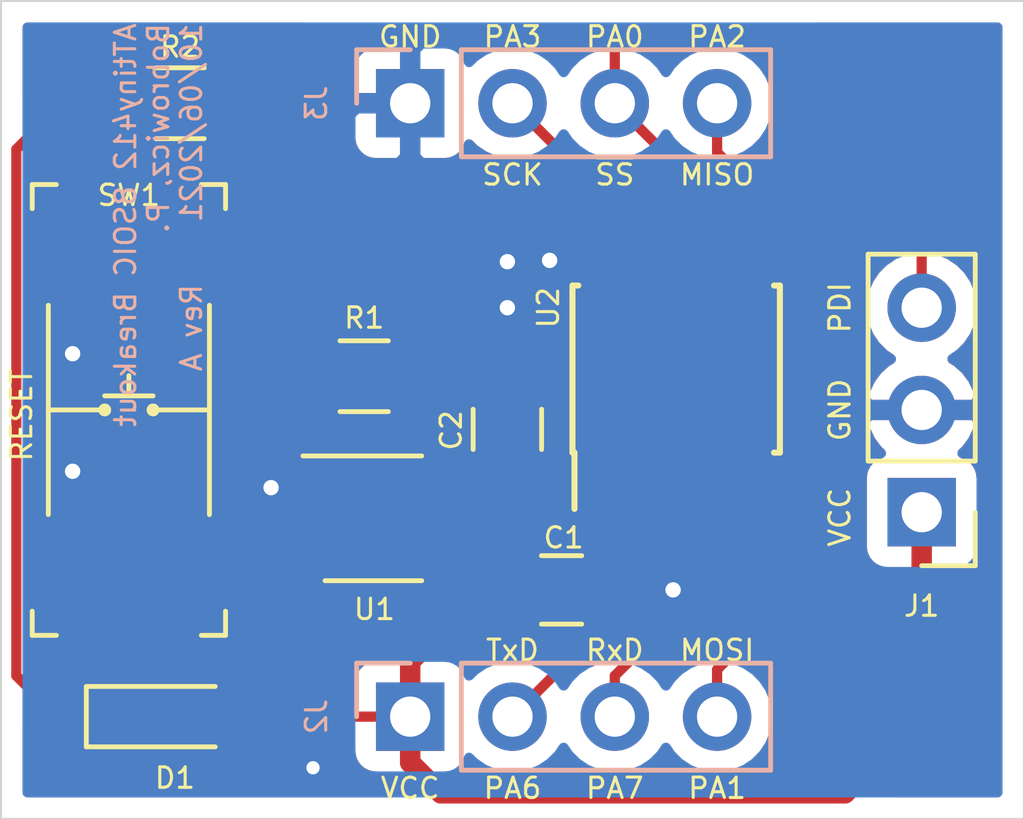
<source format=kicad_pcb>
(kicad_pcb (version 20171130) (host pcbnew "(5.1.9)-1")

  (general
    (thickness 1.6)
    (drawings 23)
    (tracks 79)
    (zones 0)
    (modules 11)
    (nets 11)
  )

  (page A4)
  (layers
    (0 F.Cu signal)
    (31 B.Cu signal)
    (32 B.Adhes user)
    (33 F.Adhes user)
    (34 B.Paste user)
    (35 F.Paste user)
    (36 B.SilkS user)
    (37 F.SilkS user)
    (38 B.Mask user)
    (39 F.Mask user)
    (40 Dwgs.User user)
    (41 Cmts.User user)
    (42 Eco1.User user)
    (43 Eco2.User user)
    (44 Edge.Cuts user)
    (45 Margin user)
    (46 B.CrtYd user)
    (47 F.CrtYd user)
    (48 B.Fab user hide)
    (49 F.Fab user hide)
  )

  (setup
    (last_trace_width 0.254)
    (user_trace_width 0.254)
    (user_trace_width 0.508)
    (trace_clearance 0.1524)
    (zone_clearance 0.508)
    (zone_45_only no)
    (trace_min 0.1524)
    (via_size 0.6858)
    (via_drill 0.3302)
    (via_min_size 0.508)
    (via_min_drill 0.254)
    (user_via 0.6858 0.3302)
    (user_via 0.762 0.381)
    (uvia_size 0.3)
    (uvia_drill 0.1)
    (uvias_allowed no)
    (uvia_min_size 0.2)
    (uvia_min_drill 0.1)
    (edge_width 0.05)
    (segment_width 0.2)
    (pcb_text_width 0.0762)
    (pcb_text_size 0.508 0.508)
    (mod_edge_width 0.12)
    (mod_text_size 0.508 0.508)
    (mod_text_width 0.0762)
    (pad_size 1.524 1.524)
    (pad_drill 0.762)
    (pad_to_mask_clearance 0.0508)
    (solder_mask_min_width 0.1016)
    (aux_axis_origin 0 0)
    (visible_elements 7FFFFFFF)
    (pcbplotparams
      (layerselection 0x010fc_ffffffff)
      (usegerberextensions false)
      (usegerberattributes true)
      (usegerberadvancedattributes true)
      (creategerberjobfile true)
      (excludeedgelayer true)
      (linewidth 0.038100)
      (plotframeref false)
      (viasonmask false)
      (mode 1)
      (useauxorigin false)
      (hpglpennumber 1)
      (hpglpenspeed 20)
      (hpglpendiameter 15.000000)
      (psnegative false)
      (psa4output false)
      (plotreference true)
      (plotvalue true)
      (plotinvisibletext false)
      (padsonsilk false)
      (subtractmaskfromsilk false)
      (outputformat 1)
      (mirror false)
      (drillshape 1)
      (scaleselection 1)
      (outputdirectory ""))
  )

  (net 0 "")
  (net 1 VCC)
  (net 2 GND)
  (net 3 /AIN0)
  (net 4 /AIN6)
  (net 5 /AIN7)
  (net 6 /AIN1)
  (net 7 /AIN2)
  (net 8 /AIN3)
  (net 9 /~MR)
  (net 10 "Net-(D1-Pad1)")

  (net_class Default "This is the default net class."
    (clearance 0.1524)
    (trace_width 0.1524)
    (via_dia 0.6858)
    (via_drill 0.3302)
    (uvia_dia 0.3)
    (uvia_drill 0.1)
    (add_net /AIN0)
    (add_net /AIN1)
    (add_net /AIN2)
    (add_net /AIN3)
    (add_net /AIN6)
    (add_net /AIN7)
    (add_net /~MR)
    (add_net GND)
    (add_net "Net-(D1-Pad1)")
    (add_net "Net-(SW1-Pad2)")
    (add_net VCC)
  )

  (module Resistors_SMD:R_0805_HandSoldering (layer F.Cu) (tedit 58E0A804) (tstamp 60C2725A)
    (at 123.825 86.36)
    (descr "Resistor SMD 0805, hand soldering")
    (tags "resistor 0805")
    (path /60C2A4DD)
    (attr smd)
    (fp_text reference R2 (at 0 -1.397) (layer F.SilkS)
      (effects (font (size 0.508 0.508) (thickness 0.0762)))
    )
    (fp_text value 470R (at 0 1.27) (layer F.Fab)
      (effects (font (size 0.508 0.508) (thickness 0.0762)))
    )
    (fp_line (start 2.35 0.9) (end -2.35 0.9) (layer F.CrtYd) (width 0.05))
    (fp_line (start 2.35 0.9) (end 2.35 -0.9) (layer F.CrtYd) (width 0.05))
    (fp_line (start -2.35 -0.9) (end -2.35 0.9) (layer F.CrtYd) (width 0.05))
    (fp_line (start -2.35 -0.9) (end 2.35 -0.9) (layer F.CrtYd) (width 0.05))
    (fp_line (start -0.6 -0.88) (end 0.6 -0.88) (layer F.SilkS) (width 0.12))
    (fp_line (start 0.6 0.88) (end -0.6 0.88) (layer F.SilkS) (width 0.12))
    (fp_line (start -1 -0.62) (end 1 -0.62) (layer F.Fab) (width 0.1))
    (fp_line (start 1 -0.62) (end 1 0.62) (layer F.Fab) (width 0.1))
    (fp_line (start 1 0.62) (end -1 0.62) (layer F.Fab) (width 0.1))
    (fp_line (start -1 0.62) (end -1 -0.62) (layer F.Fab) (width 0.1))
    (fp_text user %R (at 0 0) (layer F.Fab)
      (effects (font (size 0.5 0.5) (thickness 0.075)))
    )
    (pad 1 smd rect (at -1.35 0) (size 1.5 1.3) (layers F.Cu F.Paste F.Mask)
      (net 10 "Net-(D1-Pad1)"))
    (pad 2 smd rect (at 1.35 0) (size 1.5 1.3) (layers F.Cu F.Paste F.Mask)
      (net 2 GND))
    (model ${KISYS3DMOD}/Resistors_SMD.3dshapes/R_0805.wrl
      (at (xyz 0 0 0))
      (scale (xyz 1 1 1))
      (rotate (xyz 0 0 0))
    )
  )

  (module LEDs:LED_0805_HandSoldering (layer F.Cu) (tedit 595FCA25) (tstamp 60C271AF)
    (at 123.698 101.6)
    (descr "Resistor SMD 0805, hand soldering")
    (tags "resistor 0805")
    (path /60C27FD6)
    (attr smd)
    (fp_text reference D1 (at 0 1.524) (layer F.SilkS)
      (effects (font (size 0.508 0.508) (thickness 0.0762)))
    )
    (fp_text value LED (at 0 -1.143) (layer F.Fab)
      (effects (font (size 0.508 0.508) (thickness 0.0762)))
    )
    (fp_line (start -2.2 -0.75) (end -2.2 0.75) (layer F.SilkS) (width 0.12))
    (fp_line (start 2.35 0.9) (end -2.35 0.9) (layer F.CrtYd) (width 0.05))
    (fp_line (start 2.35 0.9) (end 2.35 -0.9) (layer F.CrtYd) (width 0.05))
    (fp_line (start -2.35 -0.9) (end -2.35 0.9) (layer F.CrtYd) (width 0.05))
    (fp_line (start -2.35 -0.9) (end 2.35 -0.9) (layer F.CrtYd) (width 0.05))
    (fp_line (start -2.2 -0.75) (end 1 -0.75) (layer F.SilkS) (width 0.12))
    (fp_line (start 1 0.75) (end -2.2 0.75) (layer F.SilkS) (width 0.12))
    (fp_line (start -1 -0.62) (end 1 -0.62) (layer F.Fab) (width 0.1))
    (fp_line (start 1 -0.62) (end 1 0.62) (layer F.Fab) (width 0.1))
    (fp_line (start 1 0.62) (end -1 0.62) (layer F.Fab) (width 0.1))
    (fp_line (start -1 0.62) (end -1 -0.62) (layer F.Fab) (width 0.1))
    (fp_line (start 0.2 -0.4) (end 0.2 0.4) (layer F.Fab) (width 0.1))
    (fp_line (start 0.2 0.4) (end -0.4 0) (layer F.Fab) (width 0.1))
    (fp_line (start -0.4 0) (end 0.2 -0.4) (layer F.Fab) (width 0.1))
    (fp_line (start -0.4 -0.4) (end -0.4 0.4) (layer F.Fab) (width 0.1))
    (pad 1 smd rect (at -1.35 0) (size 1.5 1.3) (layers F.Cu F.Paste F.Mask)
      (net 10 "Net-(D1-Pad1)"))
    (pad 2 smd rect (at 1.35 0) (size 1.5 1.3) (layers F.Cu F.Paste F.Mask)
      (net 1 VCC))
    (model ${KISYS3DMOD}/LED_SMD.3dshapes/LED_0805_2012Metric_Castellated.step
      (at (xyz 0 0 0))
      (scale (xyz 1 1 1))
      (rotate (xyz 0 0 0))
    )
  )

  (module TO_SOT_Packages_SMD:SOT-143 (layer F.Cu) (tedit 58CE4E7E) (tstamp 60C14EFA)
    (at 128.6256 96.6724)
    (descr SOT-143)
    (tags SOT-143)
    (path /60C269C5)
    (attr smd)
    (fp_text reference U1 (at 0.0254 2.2606 180) (layer F.SilkS)
      (effects (font (size 0.508 0.508) (thickness 0.0762)))
    )
    (fp_text value MIC6315 (at 0.0254 2.2606) (layer F.Fab)
      (effects (font (size 0.508 0.508) (thickness 0.0762)))
    )
    (fp_line (start -2.05 1.75) (end -2.05 -1.75) (layer F.CrtYd) (width 0.05))
    (fp_line (start -2.05 1.75) (end 2.05 1.75) (layer F.CrtYd) (width 0.05))
    (fp_line (start 2.05 -1.75) (end -2.05 -1.75) (layer F.CrtYd) (width 0.05))
    (fp_line (start 2.05 -1.75) (end 2.05 1.75) (layer F.CrtYd) (width 0.05))
    (fp_line (start 1.2 -1.5) (end 1.2 1.5) (layer F.Fab) (width 0.1))
    (fp_line (start 1.2 1.5) (end -1.2 1.5) (layer F.Fab) (width 0.1))
    (fp_line (start -1.2 1.5) (end -1.2 -1) (layer F.Fab) (width 0.1))
    (fp_line (start -0.7 -1.5) (end 1.2 -1.5) (layer F.Fab) (width 0.1))
    (fp_line (start -1.2 -1) (end -0.7 -1.5) (layer F.Fab) (width 0.1))
    (fp_line (start 1.2 -1.55) (end -1.75 -1.55) (layer F.SilkS) (width 0.12))
    (fp_line (start -1.2 1.55) (end 1.2 1.55) (layer F.SilkS) (width 0.12))
    (fp_text user %R (at 0 0 90) (layer F.Fab)
      (effects (font (size 0.508 0.508) (thickness 0.0762)))
    )
    (pad 1 smd rect (at -1.1 -0.77 270) (size 1.2 1.4) (layers F.Cu F.Paste F.Mask)
      (net 2 GND))
    (pad 2 smd rect (at -1.1 0.95 270) (size 1 1.4) (layers F.Cu F.Paste F.Mask)
      (net 3 /AIN0))
    (pad 3 smd rect (at 1.1 0.95 270) (size 1 1.4) (layers F.Cu F.Paste F.Mask)
      (net 9 /~MR))
    (pad 4 smd rect (at 1.1 -0.95 270) (size 1 1.4) (layers F.Cu F.Paste F.Mask)
      (net 1 VCC))
    (model ${KISYS3DMOD}/TO_SOT_Packages_SMD.3dshapes/SOT-143.wrl
      (offset (xyz -0.127 0 0))
      (scale (xyz 1 1 1))
      (rotate (xyz 0 0 0))
    )
  )

  (module Housings_SOIC:SOIC-8_3.9x4.9mm_Pitch1.27mm (layer F.Cu) (tedit 58CD0CDA) (tstamp 60C14EFD)
    (at 136.144 92.964 90)
    (descr "8-Lead Plastic Small Outline (SN) - Narrow, 3.90 mm Body [SOIC] (see Microchip Packaging Specification 00000049BS.pdf)")
    (tags "SOIC 1.27")
    (path /60C0FCCD)
    (attr smd)
    (fp_text reference U2 (at 1.524 -3.175 90) (layer F.SilkS)
      (effects (font (size 0.508 0.508) (thickness 0.0762)))
    )
    (fp_text value ATtiny412-SS (at 0 3.048 90) (layer F.Fab)
      (effects (font (size 0.508 0.508) (thickness 0.0762)))
    )
    (fp_line (start -2.075 -2.525) (end -3.475 -2.525) (layer F.SilkS) (width 0.15))
    (fp_line (start -2.075 2.575) (end 2.075 2.575) (layer F.SilkS) (width 0.15))
    (fp_line (start -2.075 -2.575) (end 2.075 -2.575) (layer F.SilkS) (width 0.15))
    (fp_line (start -2.075 2.575) (end -2.075 2.43) (layer F.SilkS) (width 0.15))
    (fp_line (start 2.075 2.575) (end 2.075 2.43) (layer F.SilkS) (width 0.15))
    (fp_line (start 2.075 -2.575) (end 2.075 -2.43) (layer F.SilkS) (width 0.15))
    (fp_line (start -2.075 -2.575) (end -2.075 -2.525) (layer F.SilkS) (width 0.15))
    (fp_line (start -3.73 2.7) (end 3.73 2.7) (layer F.CrtYd) (width 0.05))
    (fp_line (start -3.73 -2.7) (end 3.73 -2.7) (layer F.CrtYd) (width 0.05))
    (fp_line (start 3.73 -2.7) (end 3.73 2.7) (layer F.CrtYd) (width 0.05))
    (fp_line (start -3.73 -2.7) (end -3.73 2.7) (layer F.CrtYd) (width 0.05))
    (fp_line (start -1.95 -1.45) (end -0.95 -2.45) (layer F.Fab) (width 0.1))
    (fp_line (start -1.95 2.45) (end -1.95 -1.45) (layer F.Fab) (width 0.1))
    (fp_line (start 1.95 2.45) (end -1.95 2.45) (layer F.Fab) (width 0.1))
    (fp_line (start 1.95 -2.45) (end 1.95 2.45) (layer F.Fab) (width 0.1))
    (fp_line (start -0.95 -2.45) (end 1.95 -2.45) (layer F.Fab) (width 0.1))
    (fp_text user %R (at 0 0 90) (layer F.Fab)
      (effects (font (size 0.508 0.508) (thickness 0.0762)))
    )
    (pad 1 smd rect (at -2.7 -1.905 90) (size 1.55 0.6) (layers F.Cu F.Paste F.Mask)
      (net 1 VCC))
    (pad 2 smd rect (at -2.7 -0.635 90) (size 1.55 0.6) (layers F.Cu F.Paste F.Mask)
      (net 4 /AIN6))
    (pad 3 smd rect (at -2.7 0.635 90) (size 1.55 0.6) (layers F.Cu F.Paste F.Mask)
      (net 5 /AIN7))
    (pad 4 smd rect (at -2.7 1.905 90) (size 1.55 0.6) (layers F.Cu F.Paste F.Mask)
      (net 6 /AIN1))
    (pad 5 smd rect (at 2.7 1.905 90) (size 1.55 0.6) (layers F.Cu F.Paste F.Mask)
      (net 7 /AIN2))
    (pad 6 smd rect (at 2.7 0.635 90) (size 1.55 0.6) (layers F.Cu F.Paste F.Mask)
      (net 3 /AIN0))
    (pad 7 smd rect (at 2.7 -0.635 90) (size 1.55 0.6) (layers F.Cu F.Paste F.Mask)
      (net 8 /AIN3))
    (pad 8 smd rect (at 2.7 -1.905 90) (size 1.55 0.6) (layers F.Cu F.Paste F.Mask)
      (net 2 GND))
    (model ${KISYS3DMOD}/Housings_SOIC.3dshapes/SOIC-8_3.9x4.9mm_Pitch1.27mm.wrl
      (at (xyz 0 0 0))
      (scale (xyz 1 1 1))
      (rotate (xyz 0 0 0))
    )
  )

  (module AtTiny412_8SOIC_Breakout:TL3305AF160QG (layer F.Cu) (tedit 60C14A21) (tstamp 60C14EF7)
    (at 122.555 93.98 90)
    (path /60C1617E)
    (fp_text reference SW1 (at 5.334 0) (layer F.SilkS)
      (effects (font (size 0.508 0.508) (thickness 0.0762)))
    )
    (fp_text value SW_MEC_5E (at 4.191 3.048 270) (layer F.Fab)
      (effects (font (size 0.508 0.508) (thickness 0.0762)))
    )
    (fp_circle (center 0 0) (end -1.3 0.2) (layer F.Fab) (width 0.12))
    (fp_line (start -2.25 -2.25) (end -2.25 2.25) (layer F.Fab) (width 0.12))
    (fp_line (start -2.25 2.25) (end 2.25 2.25) (layer F.Fab) (width 0.12))
    (fp_line (start 2.25 2.25) (end 2.25 -2.25) (layer F.Fab) (width 0.12))
    (fp_line (start 2.25 -2.25) (end -2.25 -2.25) (layer F.Fab) (width 0.12))
    (fp_line (start -5.6 -1.8) (end -5.6 -2.4) (layer F.SilkS) (width 0.12))
    (fp_line (start -5.6 -2.4) (end -5 -2.4) (layer F.SilkS) (width 0.12))
    (fp_line (start -5.6 1.8) (end -5.6 2.4) (layer F.SilkS) (width 0.12))
    (fp_line (start -5.6 2.4) (end -5 2.4) (layer F.SilkS) (width 0.12))
    (fp_line (start 5 2.4) (end 5.6 2.4) (layer F.SilkS) (width 0.12))
    (fp_line (start 5.6 2.4) (end 5.6 1.8) (layer F.SilkS) (width 0.12))
    (fp_line (start 5.6 -1.8) (end 5.6 -2.4) (layer F.SilkS) (width 0.12))
    (fp_line (start 5.6 -2.4) (end 5 -2.4) (layer F.SilkS) (width 0.12))
    (fp_line (start -2.6 -2) (end 2.6 -2) (layer F.SilkS) (width 0.12))
    (fp_line (start -2.6 2) (end 2.6 2) (layer F.SilkS) (width 0.12))
    (fp_line (start 0 0.6) (end 0 2) (layer F.SilkS) (width 0.12))
    (fp_line (start 0 -0.6) (end 0 -2) (layer F.SilkS) (width 0.12))
    (fp_circle (center 0 -0.6) (end 0 -0.5) (layer F.SilkS) (width 0.12))
    (fp_circle (center 0 0.6) (end 0 0.5) (layer F.SilkS) (width 0.12))
    (fp_line (start 0.35 -0.6) (end 0.35 0.6) (layer F.SilkS) (width 0.12))
    (fp_line (start 0.4 0) (end 0.85 0) (layer F.SilkS) (width 0.12))
    (fp_line (start -5.8 -2.6) (end -5.8 2.6) (layer F.CrtYd) (width 0.12))
    (fp_line (start -5.8 2.6) (end 5.8 2.6) (layer F.CrtYd) (width 0.12))
    (fp_line (start 5.8 2.6) (end 5.8 -2.6) (layer F.CrtYd) (width 0.12))
    (fp_line (start 5.8 -2.6) (end -5.8 -2.6) (layer F.CrtYd) (width 0.12))
    (pad 1 smd rect (at -4.1 1.5 90) (size 2.6 1.4) (layers F.Cu F.Paste F.Mask)
      (net 9 /~MR))
    (pad 2 smd rect (at 4.1 1.5 90) (size 2.6 1.4) (layers F.Cu F.Paste F.Mask))
    (pad 3 smd rect (at -4.1 -1.5 90) (size 2.6 1.4) (layers F.Cu F.Paste F.Mask)
      (net 2 GND))
    (pad 4 smd rect (at 4.1 -1.5 90) (size 2.6 1.4) (layers F.Cu F.Paste F.Mask)
      (net 2 GND))
    (model "${KIPRJMOD}/3d packages/TL3305AFxxxxG.stp"
      (at (xyz 0 0 0))
      (scale (xyz 1 1 1))
      (rotate (xyz 0 0 0))
    )
  )

  (module Resistors_SMD:R_0805_HandSoldering (layer F.Cu) (tedit 58E0A804) (tstamp 60C16222)
    (at 128.397 93.1418 180)
    (descr "Resistor SMD 0805, hand soldering")
    (tags "resistor 0805")
    (path /60C123E8)
    (attr smd)
    (fp_text reference R1 (at 0 1.4478 180) (layer F.SilkS)
      (effects (font (size 0.508 0.508) (thickness 0.0762)))
    )
    (fp_text value 10k (at 0 1.4478) (layer F.Fab)
      (effects (font (size 0.508 0.508) (thickness 0.0762)))
    )
    (fp_line (start 2.35 0.9) (end -2.35 0.9) (layer F.CrtYd) (width 0.05))
    (fp_line (start 2.35 0.9) (end 2.35 -0.9) (layer F.CrtYd) (width 0.05))
    (fp_line (start -2.35 -0.9) (end -2.35 0.9) (layer F.CrtYd) (width 0.05))
    (fp_line (start -2.35 -0.9) (end 2.35 -0.9) (layer F.CrtYd) (width 0.05))
    (fp_line (start -0.6 -0.88) (end 0.6 -0.88) (layer F.SilkS) (width 0.12))
    (fp_line (start 0.6 0.88) (end -0.6 0.88) (layer F.SilkS) (width 0.12))
    (fp_line (start -1 -0.62) (end 1 -0.62) (layer F.Fab) (width 0.1))
    (fp_line (start 1 -0.62) (end 1 0.62) (layer F.Fab) (width 0.1))
    (fp_line (start 1 0.62) (end -1 0.62) (layer F.Fab) (width 0.1))
    (fp_line (start -1 0.62) (end -1 -0.62) (layer F.Fab) (width 0.1))
    (fp_text user %R (at 0 0.0508 90) (layer F.Fab)
      (effects (font (size 0.5 0.5) (thickness 0.075)))
    )
    (pad 1 smd rect (at -1.35 0 180) (size 1.5 1.3) (layers F.Cu F.Paste F.Mask)
      (net 1 VCC))
    (pad 2 smd rect (at 1.35 0 180) (size 1.5 1.3) (layers F.Cu F.Paste F.Mask)
      (net 3 /AIN0))
    (model ${KISYS3DMOD}/Resistors_SMD.3dshapes/R_0805.wrl
      (at (xyz 0 0 0))
      (scale (xyz 1 1 1))
      (rotate (xyz 0 0 0))
    )
  )

  (module Pin_Headers:Pin_Header_Straight_1x04_Pitch2.54mm (layer B.Cu) (tedit 59650532) (tstamp 60C14ED3)
    (at 129.54 86.36 270)
    (descr "Through hole straight pin header, 1x04, 2.54mm pitch, single row")
    (tags "Through hole pin header THT 1x04 2.54mm single row")
    (path /60C42741)
    (fp_text reference J3 (at 0 2.33 270) (layer B.SilkS)
      (effects (font (size 0.508 0.508) (thickness 0.0762)) (justify mirror))
    )
    (fp_text value Conn_01x04_Male (at -1.905 -3.556) (layer B.Fab)
      (effects (font (size 0.508 0.508) (thickness 0.0762)) (justify mirror))
    )
    (fp_line (start 1.8 1.8) (end -1.8 1.8) (layer B.CrtYd) (width 0.05))
    (fp_line (start 1.8 -9.4) (end 1.8 1.8) (layer B.CrtYd) (width 0.05))
    (fp_line (start -1.8 -9.4) (end 1.8 -9.4) (layer B.CrtYd) (width 0.05))
    (fp_line (start -1.8 1.8) (end -1.8 -9.4) (layer B.CrtYd) (width 0.05))
    (fp_line (start -1.33 1.33) (end 0 1.33) (layer B.SilkS) (width 0.12))
    (fp_line (start -1.33 0) (end -1.33 1.33) (layer B.SilkS) (width 0.12))
    (fp_line (start -1.33 -1.27) (end 1.33 -1.27) (layer B.SilkS) (width 0.12))
    (fp_line (start 1.33 -1.27) (end 1.33 -8.95) (layer B.SilkS) (width 0.12))
    (fp_line (start -1.33 -1.27) (end -1.33 -8.95) (layer B.SilkS) (width 0.12))
    (fp_line (start -1.33 -8.95) (end 1.33 -8.95) (layer B.SilkS) (width 0.12))
    (fp_line (start -1.27 0.635) (end -0.635 1.27) (layer B.Fab) (width 0.1))
    (fp_line (start -1.27 -8.89) (end -1.27 0.635) (layer B.Fab) (width 0.1))
    (fp_line (start 1.27 -8.89) (end -1.27 -8.89) (layer B.Fab) (width 0.1))
    (fp_line (start 1.27 1.27) (end 1.27 -8.89) (layer B.Fab) (width 0.1))
    (fp_line (start -0.635 1.27) (end 1.27 1.27) (layer B.Fab) (width 0.1))
    (fp_text user %R (at 0 2.286 90) (layer B.Fab)
      (effects (font (size 0.508 0.508) (thickness 0.0762)) (justify mirror))
    )
    (pad 1 thru_hole rect (at 0 0 270) (size 1.7 1.7) (drill 1) (layers *.Cu *.Mask)
      (net 2 GND))
    (pad 2 thru_hole oval (at 0 -2.54 270) (size 1.7 1.7) (drill 1) (layers *.Cu *.Mask)
      (net 8 /AIN3))
    (pad 3 thru_hole oval (at 0 -5.08 270) (size 1.7 1.7) (drill 1) (layers *.Cu *.Mask)
      (net 3 /AIN0))
    (pad 4 thru_hole oval (at 0 -7.62 270) (size 1.7 1.7) (drill 1) (layers *.Cu *.Mask)
      (net 7 /AIN2))
    (model ${KISYS3DMOD}/Connector_PinHeader_2.54mm.3dshapes/PinHeader_1x04_P2.54mm_Vertical.step
      (at (xyz 0 0 0))
      (scale (xyz 1 1 1))
      (rotate (xyz 0 0 0))
    )
  )

  (module Pin_Headers:Pin_Header_Straight_1x04_Pitch2.54mm (layer B.Cu) (tedit 59650532) (tstamp 60C1558E)
    (at 129.54 101.6 270)
    (descr "Through hole straight pin header, 1x04, 2.54mm pitch, single row")
    (tags "Through hole pin header THT 1x04 2.54mm single row")
    (path /60C43461)
    (fp_text reference J2 (at 0 2.33 270) (layer B.SilkS)
      (effects (font (size 0.508 0.508) (thickness 0.0762)) (justify mirror))
    )
    (fp_text value Conn_01x04_Male (at 1.905 -3.937) (layer B.Fab)
      (effects (font (size 0.508 0.508) (thickness 0.0762)) (justify mirror))
    )
    (fp_line (start 1.8 1.8) (end -1.8 1.8) (layer B.CrtYd) (width 0.05))
    (fp_line (start 1.8 -9.4) (end 1.8 1.8) (layer B.CrtYd) (width 0.05))
    (fp_line (start -1.8 -9.4) (end 1.8 -9.4) (layer B.CrtYd) (width 0.05))
    (fp_line (start -1.8 1.8) (end -1.8 -9.4) (layer B.CrtYd) (width 0.05))
    (fp_line (start -1.33 1.33) (end 0 1.33) (layer B.SilkS) (width 0.12))
    (fp_line (start -1.33 0) (end -1.33 1.33) (layer B.SilkS) (width 0.12))
    (fp_line (start -1.33 -1.27) (end 1.33 -1.27) (layer B.SilkS) (width 0.12))
    (fp_line (start 1.33 -1.27) (end 1.33 -8.95) (layer B.SilkS) (width 0.12))
    (fp_line (start -1.33 -1.27) (end -1.33 -8.95) (layer B.SilkS) (width 0.12))
    (fp_line (start -1.33 -8.95) (end 1.33 -8.95) (layer B.SilkS) (width 0.12))
    (fp_line (start -1.27 0.635) (end -0.635 1.27) (layer B.Fab) (width 0.1))
    (fp_line (start -1.27 -8.89) (end -1.27 0.635) (layer B.Fab) (width 0.1))
    (fp_line (start 1.27 -8.89) (end -1.27 -8.89) (layer B.Fab) (width 0.1))
    (fp_line (start 1.27 1.27) (end 1.27 -8.89) (layer B.Fab) (width 0.1))
    (fp_line (start -0.635 1.27) (end 1.27 1.27) (layer B.Fab) (width 0.1))
    (fp_text user %R (at 0 2.286 90) (layer B.Fab)
      (effects (font (size 0.508 0.508) (thickness 0.0762)) (justify mirror))
    )
    (pad 1 thru_hole rect (at 0 0 270) (size 1.7 1.7) (drill 1) (layers *.Cu *.Mask)
      (net 1 VCC))
    (pad 2 thru_hole oval (at 0 -2.54 270) (size 1.7 1.7) (drill 1) (layers *.Cu *.Mask)
      (net 4 /AIN6))
    (pad 3 thru_hole oval (at 0 -5.08 270) (size 1.7 1.7) (drill 1) (layers *.Cu *.Mask)
      (net 5 /AIN7))
    (pad 4 thru_hole oval (at 0 -7.62 270) (size 1.7 1.7) (drill 1) (layers *.Cu *.Mask)
      (net 6 /AIN1))
    (model ${KISYS3DMOD}/Connector_PinHeader_2.54mm.3dshapes/PinHeader_1x04_P2.54mm_Vertical.step
      (at (xyz 0 0 0))
      (scale (xyz 1 1 1))
      (rotate (xyz 0 0 0))
    )
  )

  (module Pin_Headers:Pin_Header_Straight_1x03_Pitch2.54mm (layer F.Cu) (tedit 59650532) (tstamp 60C14ECD)
    (at 142.24 96.52 180)
    (descr "Through hole straight pin header, 1x03, 2.54mm pitch, single row")
    (tags "Through hole pin header THT 1x03 2.54mm single row")
    (path /60C3F499)
    (fp_text reference J1 (at 0 -2.33) (layer F.SilkS)
      (effects (font (size 0.508 0.508) (thickness 0.0762)))
    )
    (fp_text value Conn_01x03_Male (at 2.159 2.921 90) (layer F.Fab)
      (effects (font (size 0.508 0.508) (thickness 0.0762)))
    )
    (fp_line (start 1.8 -1.8) (end -1.8 -1.8) (layer F.CrtYd) (width 0.05))
    (fp_line (start 1.8 6.85) (end 1.8 -1.8) (layer F.CrtYd) (width 0.05))
    (fp_line (start -1.8 6.85) (end 1.8 6.85) (layer F.CrtYd) (width 0.05))
    (fp_line (start -1.8 -1.8) (end -1.8 6.85) (layer F.CrtYd) (width 0.05))
    (fp_line (start -1.33 -1.33) (end 0 -1.33) (layer F.SilkS) (width 0.12))
    (fp_line (start -1.33 0) (end -1.33 -1.33) (layer F.SilkS) (width 0.12))
    (fp_line (start -1.33 1.27) (end 1.33 1.27) (layer F.SilkS) (width 0.12))
    (fp_line (start 1.33 1.27) (end 1.33 6.41) (layer F.SilkS) (width 0.12))
    (fp_line (start -1.33 1.27) (end -1.33 6.41) (layer F.SilkS) (width 0.12))
    (fp_line (start -1.33 6.41) (end 1.33 6.41) (layer F.SilkS) (width 0.12))
    (fp_line (start -1.27 -0.635) (end -0.635 -1.27) (layer F.Fab) (width 0.1))
    (fp_line (start -1.27 6.35) (end -1.27 -0.635) (layer F.Fab) (width 0.1))
    (fp_line (start 1.27 6.35) (end -1.27 6.35) (layer F.Fab) (width 0.1))
    (fp_line (start 1.27 -1.27) (end 1.27 6.35) (layer F.Fab) (width 0.1))
    (fp_line (start -0.635 -1.27) (end 1.27 -1.27) (layer F.Fab) (width 0.1))
    (fp_text user %R (at 0 2.54 90) (layer F.Fab)
      (effects (font (size 1 1) (thickness 0.15)))
    )
    (pad 1 thru_hole rect (at 0 0 180) (size 1.7 1.7) (drill 1) (layers *.Cu *.Mask)
      (net 1 VCC))
    (pad 2 thru_hole oval (at 0 2.54 180) (size 1.7 1.7) (drill 1) (layers *.Cu *.Mask)
      (net 2 GND))
    (pad 3 thru_hole oval (at 0 5.08 180) (size 1.7 1.7) (drill 1) (layers *.Cu *.Mask)
      (net 3 /AIN0))
    (model ${KISYS3DMOD}/Connector_PinHeader_2.54mm.3dshapes/PinHeader_1x03_P2.54mm_Vertical.step
      (at (xyz 0 0 0))
      (scale (xyz 1 1 1))
      (rotate (xyz 0 0 0))
    )
  )

  (module Capacitors_SMD:C_0805_HandSoldering (layer F.Cu) (tedit 58AA84A8) (tstamp 60C20E83)
    (at 131.953 94.4626 90)
    (descr "Capacitor SMD 0805, hand soldering")
    (tags "capacitor 0805")
    (path /60C5FB36)
    (attr smd)
    (fp_text reference C2 (at -0.0254 -1.397 270) (layer F.SilkS)
      (effects (font (size 0.508 0.508) (thickness 0.0762)))
    )
    (fp_text value 100n (at 0.1016 1.143 90) (layer F.Fab)
      (effects (font (size 0.508 0.508) (thickness 0.0762)))
    )
    (fp_line (start 2.25 0.87) (end -2.25 0.87) (layer F.CrtYd) (width 0.05))
    (fp_line (start 2.25 0.87) (end 2.25 -0.88) (layer F.CrtYd) (width 0.05))
    (fp_line (start -2.25 -0.88) (end -2.25 0.87) (layer F.CrtYd) (width 0.05))
    (fp_line (start -2.25 -0.88) (end 2.25 -0.88) (layer F.CrtYd) (width 0.05))
    (fp_line (start -0.5 0.85) (end 0.5 0.85) (layer F.SilkS) (width 0.12))
    (fp_line (start 0.5 -0.85) (end -0.5 -0.85) (layer F.SilkS) (width 0.12))
    (fp_line (start -1 -0.62) (end 1 -0.62) (layer F.Fab) (width 0.1))
    (fp_line (start 1 -0.62) (end 1 0.62) (layer F.Fab) (width 0.1))
    (fp_line (start 1 0.62) (end -1 0.62) (layer F.Fab) (width 0.1))
    (fp_line (start -1 0.62) (end -1 -0.62) (layer F.Fab) (width 0.1))
    (fp_text user %R (at 0 0 180) (layer F.Fab)
      (effects (font (size 0.508 0.508) (thickness 0.0762)))
    )
    (pad 1 smd rect (at -1.25 0 90) (size 1.5 1.25) (layers F.Cu F.Paste F.Mask)
      (net 1 VCC))
    (pad 2 smd rect (at 1.25 0 90) (size 1.5 1.25) (layers F.Cu F.Paste F.Mask)
      (net 2 GND))
    (model Capacitors_SMD.3dshapes/C_0805.wrl
      (at (xyz 0 0 0))
      (scale (xyz 1 1 1))
      (rotate (xyz 0 0 0))
    )
  )

  (module Capacitors_SMD:C_0805_HandSoldering (layer F.Cu) (tedit 58AA84A8) (tstamp 60C14EC7)
    (at 133.2992 98.4504)
    (descr "Capacitor SMD 0805, hand soldering")
    (tags "capacitor 0805")
    (path /60C5E78A)
    (attr smd)
    (fp_text reference C1 (at 0.0508 -1.2954) (layer F.SilkS)
      (effects (font (size 0.508 0.508) (thickness 0.0762)))
    )
    (fp_text value 1u (at -0.0762 -1.2954 180) (layer F.Fab)
      (effects (font (size 0.508 0.508) (thickness 0.0762)))
    )
    (fp_line (start 2.25 0.87) (end -2.25 0.87) (layer F.CrtYd) (width 0.05))
    (fp_line (start 2.25 0.87) (end 2.25 -0.88) (layer F.CrtYd) (width 0.05))
    (fp_line (start -2.25 -0.88) (end -2.25 0.87) (layer F.CrtYd) (width 0.05))
    (fp_line (start -2.25 -0.88) (end 2.25 -0.88) (layer F.CrtYd) (width 0.05))
    (fp_line (start -0.5 0.85) (end 0.5 0.85) (layer F.SilkS) (width 0.12))
    (fp_line (start 0.5 -0.85) (end -0.5 -0.85) (layer F.SilkS) (width 0.12))
    (fp_line (start -1 -0.62) (end 1 -0.62) (layer F.Fab) (width 0.1))
    (fp_line (start 1 -0.62) (end 1 0.62) (layer F.Fab) (width 0.1))
    (fp_line (start 1 0.62) (end -1 0.62) (layer F.Fab) (width 0.1))
    (fp_line (start -1 0.62) (end -1 -0.62) (layer F.Fab) (width 0.1))
    (fp_text user %R (at -0.0762 -0.0254 90) (layer F.Fab)
      (effects (font (size 0.508 0.508) (thickness 0.0762)))
    )
    (pad 1 smd rect (at -1.25 0) (size 1.5 1.25) (layers F.Cu F.Paste F.Mask)
      (net 1 VCC))
    (pad 2 smd rect (at 1.25 0) (size 1.5 1.25) (layers F.Cu F.Paste F.Mask)
      (net 2 GND))
    (model Capacitors_SMD.3dshapes/C_0805.wrl
      (at (xyz 0 0 0))
      (scale (xyz 1 1 1))
      (rotate (xyz 0 0 0))
    )
  )

  (gr_text "ATtiny412 8SOIC Breakout\nBobrowicz, P.       \n10/06/2021    Rev A \n\n" (at 123.698 84.328 90) (layer B.SilkS)
    (effects (font (size 0.508 0.508) (thickness 0.0762)) (justify left mirror))
  )
  (gr_text RxD (at 134.62 99.949) (layer F.SilkS)
    (effects (font (size 0.508 0.508) (thickness 0.0762)))
  )
  (gr_text TxD (at 132.08 99.949) (layer F.SilkS)
    (effects (font (size 0.508 0.508) (thickness 0.0762)))
  )
  (gr_text SCK (at 132.08 88.138) (layer F.SilkS)
    (effects (font (size 0.508 0.508) (thickness 0.0762)))
  )
  (gr_text MISO (at 137.16 88.138) (layer F.SilkS)
    (effects (font (size 0.508 0.508) (thickness 0.0762)))
  )
  (gr_text MOSI (at 137.16 99.949) (layer F.SilkS)
    (effects (font (size 0.508 0.508) (thickness 0.0762)))
  )
  (gr_text ~SS (at 134.62 88.138) (layer F.SilkS)
    (effects (font (size 0.508 0.508) (thickness 0.0762)))
  )
  (gr_text RESET (at 119.888 94.107 90) (layer F.SilkS)
    (effects (font (size 0.508 0.508) (thickness 0.0762)))
  )
  (gr_text PDI (at 140.208 91.44 90) (layer F.SilkS)
    (effects (font (size 0.508 0.508) (thickness 0.0762)))
  )
  (gr_text GND (at 140.208 93.98 90) (layer F.SilkS)
    (effects (font (size 0.508 0.508) (thickness 0.0762)))
  )
  (gr_text VCC (at 140.208 96.647 90) (layer F.SilkS)
    (effects (font (size 0.508 0.508) (thickness 0.0762)))
  )
  (gr_text PA1 (at 137.16 103.378) (layer F.SilkS)
    (effects (font (size 0.508 0.508) (thickness 0.0762)))
  )
  (gr_text PA7 (at 134.62 103.378) (layer F.SilkS)
    (effects (font (size 0.508 0.508) (thickness 0.0762)))
  )
  (gr_text PA6 (at 132.08 103.378) (layer F.SilkS)
    (effects (font (size 0.508 0.508) (thickness 0.0762)))
  )
  (gr_text VCC (at 129.54 103.378) (layer F.SilkS)
    (effects (font (size 0.508 0.508) (thickness 0.0762)))
  )
  (gr_text PA2 (at 137.16 84.709) (layer F.SilkS)
    (effects (font (size 0.508 0.508) (thickness 0.0762)))
  )
  (gr_text PA0 (at 134.62 84.709) (layer F.SilkS)
    (effects (font (size 0.508 0.508) (thickness 0.0762)))
  )
  (gr_text PA3 (at 132.08 84.709) (layer F.SilkS)
    (effects (font (size 0.508 0.508) (thickness 0.0762)))
  )
  (gr_text GND (at 129.54 84.709) (layer F.SilkS)
    (effects (font (size 0.508 0.508) (thickness 0.0762)))
  )
  (gr_line (start 144.78 83.82) (end 119.38 83.82) (layer Edge.Cuts) (width 0.05))
  (gr_line (start 144.78 104.14) (end 144.78 83.82) (layer Edge.Cuts) (width 0.05))
  (gr_line (start 119.38 104.14) (end 144.78 104.14) (layer Edge.Cuts) (width 0.05))
  (gr_line (start 119.38 83.82) (end 119.38 104.14) (layer Edge.Cuts) (width 0.05))

  (segment (start 131.953 98.3542) (end 132.0492 98.4504) (width 0.508) (layer F.Cu) (net 1))
  (segment (start 131.953 95.7126) (end 131.953 98.3542) (width 0.508) (layer F.Cu) (net 1))
  (segment (start 134.1904 95.7126) (end 134.239 95.664) (width 0.508) (layer F.Cu) (net 1))
  (segment (start 131.953 95.7126) (end 134.1904 95.7126) (width 0.508) (layer F.Cu) (net 1))
  (segment (start 129.2352 101.2952) (end 129.54 101.6) (width 0.508) (layer F.Cu) (net 1))
  (segment (start 129.7354 95.7126) (end 129.7256 95.7224) (width 0.508) (layer F.Cu) (net 1))
  (segment (start 131.953 95.7126) (end 129.7354 95.7126) (width 0.508) (layer F.Cu) (net 1))
  (segment (start 132.0492 98.4504) (end 131.318 98.4504) (width 0.508) (layer F.Cu) (net 1))
  (segment (start 129.54 100.2284) (end 129.54 101.6) (width 0.508) (layer F.Cu) (net 1))
  (segment (start 131.318 98.4504) (end 129.54 100.2284) (width 0.508) (layer F.Cu) (net 1))
  (segment (start 129.747 95.701) (end 129.7256 95.7224) (width 0.508) (layer F.Cu) (net 1))
  (segment (start 129.747 93.1418) (end 129.747 95.701) (width 0.508) (layer F.Cu) (net 1))
  (segment (start 129.54 101.6) (end 129.54 102.743) (width 0.508) (layer F.Cu) (net 1))
  (segment (start 129.54 102.743) (end 130.302 103.505) (width 0.508) (layer F.Cu) (net 1))
  (segment (start 130.302 103.505) (end 140.335 103.505) (width 0.508) (layer F.Cu) (net 1))
  (segment (start 140.335 103.505) (end 142.24 101.6) (width 0.508) (layer F.Cu) (net 1))
  (segment (start 142.24 101.6) (end 142.24 96.52) (width 0.508) (layer F.Cu) (net 1))
  (segment (start 125.048 101.6) (end 129.54 101.6) (width 0.254) (layer F.Cu) (net 1))
  (via (at 136.0678 98.4504) (size 0.762) (drill 0.381) (layers F.Cu B.Cu) (net 2))
  (segment (start 134.5492 98.4504) (end 136.0678 98.4504) (width 0.508) (layer F.Cu) (net 2))
  (via (at 126.0856 95.9104) (size 0.762) (drill 0.381) (layers F.Cu B.Cu) (net 2))
  (segment (start 126.0936 95.9024) (end 126.0856 95.9104) (width 0.508) (layer F.Cu) (net 2))
  (segment (start 127.5256 95.9024) (end 126.0936 95.9024) (width 0.508) (layer F.Cu) (net 2))
  (segment (start 132.8496 90.264) (end 132.8166 90.297) (width 0.508) (layer F.Cu) (net 2))
  (segment (start 134.239 90.264) (end 133.002 90.264) (width 0.508) (layer F.Cu) (net 2))
  (via (at 121.158 92.583) (size 0.762) (drill 0.381) (layers F.Cu B.Cu) (net 2))
  (via (at 121.158 95.504) (size 0.762) (drill 0.381) (layers F.Cu B.Cu) (net 2))
  (via (at 131.953 91.44) (size 0.762) (drill 0.381) (layers F.Cu B.Cu) (net 2))
  (via (at 131.953 90.297) (size 0.762) (drill 0.381) (layers F.Cu B.Cu) (net 2))
  (segment (start 133.002 90.264) (end 132.8496 90.264) (width 0.508) (layer F.Cu) (net 2) (tstamp 60C212FD))
  (via (at 133.002 90.264) (size 0.762) (drill 0.381) (layers F.Cu B.Cu) (net 2))
  (via (at 127.127 102.87) (size 0.6858) (drill 0.3302) (layers F.Cu B.Cu) (net 2))
  (segment (start 136.779 88.519) (end 136.779 90.264) (width 0.254) (layer F.Cu) (net 3))
  (segment (start 134.62 86.36) (end 136.779 88.519) (width 0.254) (layer F.Cu) (net 3))
  (segment (start 127.5256 97.6224) (end 126.3244 97.6224) (width 0.254) (layer F.Cu) (net 3))
  (segment (start 126.3244 97.6224) (end 125.3744 96.6724) (width 0.254) (layer F.Cu) (net 3))
  (segment (start 125.3744 96.6724) (end 125.3744 93.5228) (width 0.254) (layer F.Cu) (net 3))
  (segment (start 125.7554 93.1418) (end 127.047 93.1418) (width 0.254) (layer F.Cu) (net 3))
  (segment (start 125.3744 93.5228) (end 125.7554 93.1418) (width 0.254) (layer F.Cu) (net 3))
  (segment (start 142.24 91.44) (end 142.24 88.2142) (width 0.254) (layer F.Cu) (net 3))
  (segment (start 142.24 88.2142) (end 138.6332 84.6074) (width 0.254) (layer F.Cu) (net 3))
  (segment (start 138.6332 84.6074) (end 134.8994 84.6074) (width 0.254) (layer F.Cu) (net 3))
  (segment (start 127.047 93.1418) (end 127.047 85.3732) (width 0.254) (layer F.Cu) (net 3))
  (segment (start 127.047 85.3732) (end 127.8128 84.6074) (width 0.254) (layer F.Cu) (net 3))
  (segment (start 134.62 84.709) (end 134.7216 84.6074) (width 0.254) (layer F.Cu) (net 3))
  (segment (start 134.62 86.36) (end 134.62 84.709) (width 0.254) (layer F.Cu) (net 3))
  (segment (start 134.7216 84.6074) (end 134.8994 84.6074) (width 0.254) (layer F.Cu) (net 3))
  (segment (start 127.8128 84.6074) (end 134.7216 84.6074) (width 0.254) (layer F.Cu) (net 3))
  (segment (start 132.08 101.6) (end 133.2738 100.4062) (width 0.254) (layer F.Cu) (net 4))
  (segment (start 133.2738 100.4062) (end 133.2738 97.5868) (width 0.254) (layer F.Cu) (net 4))
  (segment (start 133.2738 97.5868) (end 133.6802 97.1804) (width 0.254) (layer F.Cu) (net 4))
  (segment (start 135.509 96.693) (end 135.509 95.664) (width 0.254) (layer F.Cu) (net 4))
  (segment (start 135.0216 97.1804) (end 135.509 96.693) (width 0.254) (layer F.Cu) (net 4))
  (segment (start 133.6802 97.1804) (end 135.0216 97.1804) (width 0.254) (layer F.Cu) (net 4))
  (segment (start 136.779 95.664) (end 136.779 99.2632) (width 0.254) (layer F.Cu) (net 5))
  (segment (start 136.779 99.2632) (end 135.9662 100.076) (width 0.254) (layer F.Cu) (net 5))
  (segment (start 135.9662 100.076) (end 135.128 100.076) (width 0.254) (layer F.Cu) (net 5))
  (segment (start 134.62 100.584) (end 134.62 101.6) (width 0.254) (layer F.Cu) (net 5))
  (segment (start 135.128 100.076) (end 134.62 100.584) (width 0.254) (layer F.Cu) (net 5))
  (segment (start 138.049 95.664) (end 138.049 99.5426) (width 0.254) (layer F.Cu) (net 6))
  (segment (start 137.16 100.4316) (end 137.16 101.6) (width 0.254) (layer F.Cu) (net 6))
  (segment (start 138.049 99.5426) (end 137.16 100.4316) (width 0.254) (layer F.Cu) (net 6))
  (segment (start 137.16 86.36) (end 137.16 87.5792) (width 0.254) (layer F.Cu) (net 7))
  (segment (start 138.049 88.4682) (end 138.049 90.264) (width 0.254) (layer F.Cu) (net 7))
  (segment (start 137.16 87.5792) (end 138.049 88.4682) (width 0.254) (layer F.Cu) (net 7))
  (segment (start 132.08 86.36) (end 133.9088 88.1888) (width 0.254) (layer F.Cu) (net 8))
  (segment (start 133.9088 88.1888) (end 134.8994 88.1888) (width 0.254) (layer F.Cu) (net 8))
  (segment (start 135.509 88.7984) (end 135.509 90.264) (width 0.254) (layer F.Cu) (net 8))
  (segment (start 134.8994 88.1888) (end 135.509 88.7984) (width 0.254) (layer F.Cu) (net 8))
  (segment (start 129.7256 97.6224) (end 129.7256 98.341) (width 0.254) (layer F.Cu) (net 9))
  (segment (start 124.055 98.08) (end 124.9278 98.08) (width 0.254) (layer F.Cu) (net 9))
  (segment (start 124.9278 98.08) (end 125.984 99.1362) (width 0.254) (layer F.Cu) (net 9))
  (segment (start 128.9304 99.1362) (end 129.7256 98.341) (width 0.254) (layer F.Cu) (net 9))
  (segment (start 125.984 99.1362) (end 128.9304 99.1362) (width 0.254) (layer F.Cu) (net 9))
  (segment (start 122.475 86.36) (end 120.904 86.36) (width 0.254) (layer F.Cu) (net 10))
  (segment (start 120.904 86.36) (end 119.761 87.503) (width 0.254) (layer F.Cu) (net 10))
  (segment (start 119.761 87.503) (end 119.761 100.584) (width 0.254) (layer F.Cu) (net 10))
  (segment (start 120.777 101.6) (end 122.348 101.6) (width 0.254) (layer F.Cu) (net 10))
  (segment (start 119.761 100.584) (end 120.777 101.6) (width 0.254) (layer F.Cu) (net 10))

  (zone (net 2) (net_name GND) (layer B.Cu) (tstamp 0) (hatch edge 0.508)
    (connect_pads (clearance 0.508))
    (min_thickness 0.254)
    (fill yes (arc_segments 32) (thermal_gap 0.508) (thermal_bridge_width 0.508))
    (polygon
      (pts
        (xy 144.78 104.14) (xy 119.38 104.14) (xy 119.38 83.82) (xy 144.78 83.82)
      )
    )
    (filled_polygon
      (pts
        (xy 144.12 103.48) (xy 120.04 103.48) (xy 120.04 100.75) (xy 128.051928 100.75) (xy 128.051928 102.45)
        (xy 128.064188 102.574482) (xy 128.100498 102.69418) (xy 128.159463 102.804494) (xy 128.238815 102.901185) (xy 128.335506 102.980537)
        (xy 128.44582 103.039502) (xy 128.565518 103.075812) (xy 128.69 103.088072) (xy 130.39 103.088072) (xy 130.514482 103.075812)
        (xy 130.63418 103.039502) (xy 130.744494 102.980537) (xy 130.841185 102.901185) (xy 130.920537 102.804494) (xy 130.979502 102.69418)
        (xy 131.001513 102.62162) (xy 131.133368 102.753475) (xy 131.376589 102.91599) (xy 131.646842 103.027932) (xy 131.93374 103.085)
        (xy 132.22626 103.085) (xy 132.513158 103.027932) (xy 132.783411 102.91599) (xy 133.026632 102.753475) (xy 133.233475 102.546632)
        (xy 133.35 102.37224) (xy 133.466525 102.546632) (xy 133.673368 102.753475) (xy 133.916589 102.91599) (xy 134.186842 103.027932)
        (xy 134.47374 103.085) (xy 134.76626 103.085) (xy 135.053158 103.027932) (xy 135.323411 102.91599) (xy 135.566632 102.753475)
        (xy 135.773475 102.546632) (xy 135.89 102.37224) (xy 136.006525 102.546632) (xy 136.213368 102.753475) (xy 136.456589 102.91599)
        (xy 136.726842 103.027932) (xy 137.01374 103.085) (xy 137.30626 103.085) (xy 137.593158 103.027932) (xy 137.863411 102.91599)
        (xy 138.106632 102.753475) (xy 138.313475 102.546632) (xy 138.47599 102.303411) (xy 138.587932 102.033158) (xy 138.645 101.74626)
        (xy 138.645 101.45374) (xy 138.587932 101.166842) (xy 138.47599 100.896589) (xy 138.313475 100.653368) (xy 138.106632 100.446525)
        (xy 137.863411 100.28401) (xy 137.593158 100.172068) (xy 137.30626 100.115) (xy 137.01374 100.115) (xy 136.726842 100.172068)
        (xy 136.456589 100.28401) (xy 136.213368 100.446525) (xy 136.006525 100.653368) (xy 135.89 100.82776) (xy 135.773475 100.653368)
        (xy 135.566632 100.446525) (xy 135.323411 100.28401) (xy 135.053158 100.172068) (xy 134.76626 100.115) (xy 134.47374 100.115)
        (xy 134.186842 100.172068) (xy 133.916589 100.28401) (xy 133.673368 100.446525) (xy 133.466525 100.653368) (xy 133.35 100.82776)
        (xy 133.233475 100.653368) (xy 133.026632 100.446525) (xy 132.783411 100.28401) (xy 132.513158 100.172068) (xy 132.22626 100.115)
        (xy 131.93374 100.115) (xy 131.646842 100.172068) (xy 131.376589 100.28401) (xy 131.133368 100.446525) (xy 131.001513 100.57838)
        (xy 130.979502 100.50582) (xy 130.920537 100.395506) (xy 130.841185 100.298815) (xy 130.744494 100.219463) (xy 130.63418 100.160498)
        (xy 130.514482 100.124188) (xy 130.39 100.111928) (xy 128.69 100.111928) (xy 128.565518 100.124188) (xy 128.44582 100.160498)
        (xy 128.335506 100.219463) (xy 128.238815 100.298815) (xy 128.159463 100.395506) (xy 128.100498 100.50582) (xy 128.064188 100.625518)
        (xy 128.051928 100.75) (xy 120.04 100.75) (xy 120.04 95.67) (xy 140.751928 95.67) (xy 140.751928 97.37)
        (xy 140.764188 97.494482) (xy 140.800498 97.61418) (xy 140.859463 97.724494) (xy 140.938815 97.821185) (xy 141.035506 97.900537)
        (xy 141.14582 97.959502) (xy 141.265518 97.995812) (xy 141.39 98.008072) (xy 143.09 98.008072) (xy 143.214482 97.995812)
        (xy 143.33418 97.959502) (xy 143.444494 97.900537) (xy 143.541185 97.821185) (xy 143.620537 97.724494) (xy 143.679502 97.61418)
        (xy 143.715812 97.494482) (xy 143.728072 97.37) (xy 143.728072 95.67) (xy 143.715812 95.545518) (xy 143.679502 95.42582)
        (xy 143.620537 95.315506) (xy 143.541185 95.218815) (xy 143.444494 95.139463) (xy 143.33418 95.080498) (xy 143.253534 95.056034)
        (xy 143.337588 94.980269) (xy 143.511641 94.74692) (xy 143.636825 94.484099) (xy 143.681476 94.33689) (xy 143.560155 94.107)
        (xy 142.367 94.107) (xy 142.367 94.127) (xy 142.113 94.127) (xy 142.113 94.107) (xy 140.919845 94.107)
        (xy 140.798524 94.33689) (xy 140.843175 94.484099) (xy 140.968359 94.74692) (xy 141.142412 94.980269) (xy 141.226466 95.056034)
        (xy 141.14582 95.080498) (xy 141.035506 95.139463) (xy 140.938815 95.218815) (xy 140.859463 95.315506) (xy 140.800498 95.42582)
        (xy 140.764188 95.545518) (xy 140.751928 95.67) (xy 120.04 95.67) (xy 120.04 91.29374) (xy 140.755 91.29374)
        (xy 140.755 91.58626) (xy 140.812068 91.873158) (xy 140.92401 92.143411) (xy 141.086525 92.386632) (xy 141.293368 92.593475)
        (xy 141.475534 92.715195) (xy 141.358645 92.784822) (xy 141.142412 92.979731) (xy 140.968359 93.21308) (xy 140.843175 93.475901)
        (xy 140.798524 93.62311) (xy 140.919845 93.853) (xy 142.113 93.853) (xy 142.113 93.833) (xy 142.367 93.833)
        (xy 142.367 93.853) (xy 143.560155 93.853) (xy 143.681476 93.62311) (xy 143.636825 93.475901) (xy 143.511641 93.21308)
        (xy 143.337588 92.979731) (xy 143.121355 92.784822) (xy 143.004466 92.715195) (xy 143.186632 92.593475) (xy 143.393475 92.386632)
        (xy 143.55599 92.143411) (xy 143.667932 91.873158) (xy 143.725 91.58626) (xy 143.725 91.29374) (xy 143.667932 91.006842)
        (xy 143.55599 90.736589) (xy 143.393475 90.493368) (xy 143.186632 90.286525) (xy 142.943411 90.12401) (xy 142.673158 90.012068)
        (xy 142.38626 89.955) (xy 142.09374 89.955) (xy 141.806842 90.012068) (xy 141.536589 90.12401) (xy 141.293368 90.286525)
        (xy 141.086525 90.493368) (xy 140.92401 90.736589) (xy 140.812068 91.006842) (xy 140.755 91.29374) (xy 120.04 91.29374)
        (xy 120.04 87.21) (xy 128.051928 87.21) (xy 128.064188 87.334482) (xy 128.100498 87.45418) (xy 128.159463 87.564494)
        (xy 128.238815 87.661185) (xy 128.335506 87.740537) (xy 128.44582 87.799502) (xy 128.565518 87.835812) (xy 128.69 87.848072)
        (xy 129.25425 87.845) (xy 129.413 87.68625) (xy 129.413 86.487) (xy 128.21375 86.487) (xy 128.055 86.64575)
        (xy 128.051928 87.21) (xy 120.04 87.21) (xy 120.04 85.51) (xy 128.051928 85.51) (xy 128.055 86.07425)
        (xy 128.21375 86.233) (xy 129.413 86.233) (xy 129.413 85.03375) (xy 129.667 85.03375) (xy 129.667 86.233)
        (xy 129.687 86.233) (xy 129.687 86.487) (xy 129.667 86.487) (xy 129.667 87.68625) (xy 129.82575 87.845)
        (xy 130.39 87.848072) (xy 130.514482 87.835812) (xy 130.63418 87.799502) (xy 130.744494 87.740537) (xy 130.841185 87.661185)
        (xy 130.920537 87.564494) (xy 130.979502 87.45418) (xy 131.001513 87.38162) (xy 131.133368 87.513475) (xy 131.376589 87.67599)
        (xy 131.646842 87.787932) (xy 131.93374 87.845) (xy 132.22626 87.845) (xy 132.513158 87.787932) (xy 132.783411 87.67599)
        (xy 133.026632 87.513475) (xy 133.233475 87.306632) (xy 133.35 87.13224) (xy 133.466525 87.306632) (xy 133.673368 87.513475)
        (xy 133.916589 87.67599) (xy 134.186842 87.787932) (xy 134.47374 87.845) (xy 134.76626 87.845) (xy 135.053158 87.787932)
        (xy 135.323411 87.67599) (xy 135.566632 87.513475) (xy 135.773475 87.306632) (xy 135.89 87.13224) (xy 136.006525 87.306632)
        (xy 136.213368 87.513475) (xy 136.456589 87.67599) (xy 136.726842 87.787932) (xy 137.01374 87.845) (xy 137.30626 87.845)
        (xy 137.593158 87.787932) (xy 137.863411 87.67599) (xy 138.106632 87.513475) (xy 138.313475 87.306632) (xy 138.47599 87.063411)
        (xy 138.587932 86.793158) (xy 138.645 86.50626) (xy 138.645 86.21374) (xy 138.587932 85.926842) (xy 138.47599 85.656589)
        (xy 138.313475 85.413368) (xy 138.106632 85.206525) (xy 137.863411 85.04401) (xy 137.593158 84.932068) (xy 137.30626 84.875)
        (xy 137.01374 84.875) (xy 136.726842 84.932068) (xy 136.456589 85.04401) (xy 136.213368 85.206525) (xy 136.006525 85.413368)
        (xy 135.89 85.58776) (xy 135.773475 85.413368) (xy 135.566632 85.206525) (xy 135.323411 85.04401) (xy 135.053158 84.932068)
        (xy 134.76626 84.875) (xy 134.47374 84.875) (xy 134.186842 84.932068) (xy 133.916589 85.04401) (xy 133.673368 85.206525)
        (xy 133.466525 85.413368) (xy 133.35 85.58776) (xy 133.233475 85.413368) (xy 133.026632 85.206525) (xy 132.783411 85.04401)
        (xy 132.513158 84.932068) (xy 132.22626 84.875) (xy 131.93374 84.875) (xy 131.646842 84.932068) (xy 131.376589 85.04401)
        (xy 131.133368 85.206525) (xy 131.001513 85.33838) (xy 130.979502 85.26582) (xy 130.920537 85.155506) (xy 130.841185 85.058815)
        (xy 130.744494 84.979463) (xy 130.63418 84.920498) (xy 130.514482 84.884188) (xy 130.39 84.871928) (xy 129.82575 84.875)
        (xy 129.667 85.03375) (xy 129.413 85.03375) (xy 129.25425 84.875) (xy 128.69 84.871928) (xy 128.565518 84.884188)
        (xy 128.44582 84.920498) (xy 128.335506 84.979463) (xy 128.238815 85.058815) (xy 128.159463 85.155506) (xy 128.100498 85.26582)
        (xy 128.064188 85.385518) (xy 128.051928 85.51) (xy 120.04 85.51) (xy 120.04 84.48) (xy 144.120001 84.48)
      )
    )
  )
  (zone (net 2) (net_name GND) (layer F.Cu) (tstamp 0) (hatch edge 0.508)
    (connect_pads (clearance 0.508))
    (min_thickness 0.254)
    (fill yes (arc_segments 32) (thermal_gap 0.508) (thermal_bridge_width 0.508))
    (polygon
      (pts
        (xy 144.78 104.14) (xy 119.38 104.14) (xy 119.38 83.82) (xy 144.78 83.82)
      )
    )
    (filled_polygon
      (pts
        (xy 120.211721 102.112351) (xy 120.235578 102.141422) (xy 120.264648 102.165279) (xy 120.351607 102.236645) (xy 120.370436 102.246709)
        (xy 120.483985 102.307402) (xy 120.627622 102.350974) (xy 120.739574 102.362) (xy 120.739577 102.362) (xy 120.777 102.365686)
        (xy 120.814423 102.362) (xy 120.970959 102.362) (xy 120.972188 102.374482) (xy 121.008498 102.49418) (xy 121.067463 102.604494)
        (xy 121.146815 102.701185) (xy 121.243506 102.780537) (xy 121.35382 102.839502) (xy 121.473518 102.875812) (xy 121.598 102.888072)
        (xy 123.098 102.888072) (xy 123.222482 102.875812) (xy 123.34218 102.839502) (xy 123.452494 102.780537) (xy 123.549185 102.701185)
        (xy 123.628537 102.604494) (xy 123.687502 102.49418) (xy 123.698 102.459573) (xy 123.708498 102.49418) (xy 123.767463 102.604494)
        (xy 123.846815 102.701185) (xy 123.943506 102.780537) (xy 124.05382 102.839502) (xy 124.173518 102.875812) (xy 124.298 102.888072)
        (xy 125.798 102.888072) (xy 125.922482 102.875812) (xy 126.04218 102.839502) (xy 126.152494 102.780537) (xy 126.249185 102.701185)
        (xy 126.328537 102.604494) (xy 126.387502 102.49418) (xy 126.423812 102.374482) (xy 126.425041 102.362) (xy 128.051928 102.362)
        (xy 128.051928 102.45) (xy 128.064188 102.574482) (xy 128.100498 102.69418) (xy 128.159463 102.804494) (xy 128.238815 102.901185)
        (xy 128.335506 102.980537) (xy 128.44582 103.039502) (xy 128.565518 103.075812) (xy 128.69 103.088072) (xy 128.716419 103.088072)
        (xy 128.756549 103.163149) (xy 128.797248 103.239291) (xy 128.908342 103.374659) (xy 128.942259 103.402494) (xy 129.019765 103.48)
        (xy 120.04 103.48) (xy 120.04 101.940631)
      )
    )
    (filled_polygon
      (pts
        (xy 144.12 103.48) (xy 141.617235 103.48) (xy 142.837743 102.259493) (xy 142.871659 102.231659) (xy 142.982753 102.096291)
        (xy 143.065303 101.941851) (xy 143.094002 101.847242) (xy 143.116136 101.774275) (xy 143.118895 101.74626) (xy 143.129 101.643667)
        (xy 143.129 101.64366) (xy 143.1333 101.6) (xy 143.129 101.55634) (xy 143.129 98.004231) (xy 143.214482 97.995812)
        (xy 143.33418 97.959502) (xy 143.444494 97.900537) (xy 143.541185 97.821185) (xy 143.620537 97.724494) (xy 143.679502 97.61418)
        (xy 143.715812 97.494482) (xy 143.728072 97.37) (xy 143.728072 95.67) (xy 143.715812 95.545518) (xy 143.679502 95.42582)
        (xy 143.620537 95.315506) (xy 143.541185 95.218815) (xy 143.444494 95.139463) (xy 143.33418 95.080498) (xy 143.253534 95.056034)
        (xy 143.337588 94.980269) (xy 143.511641 94.74692) (xy 143.636825 94.484099) (xy 143.681476 94.33689) (xy 143.560155 94.107)
        (xy 142.367 94.107) (xy 142.367 94.127) (xy 142.113 94.127) (xy 142.113 94.107) (xy 140.919845 94.107)
        (xy 140.798524 94.33689) (xy 140.843175 94.484099) (xy 140.968359 94.74692) (xy 141.142412 94.980269) (xy 141.226466 95.056034)
        (xy 141.14582 95.080498) (xy 141.035506 95.139463) (xy 140.938815 95.218815) (xy 140.859463 95.315506) (xy 140.800498 95.42582)
        (xy 140.764188 95.545518) (xy 140.751928 95.67) (xy 140.751928 97.37) (xy 140.764188 97.494482) (xy 140.800498 97.61418)
        (xy 140.859463 97.724494) (xy 140.938815 97.821185) (xy 141.035506 97.900537) (xy 141.14582 97.959502) (xy 141.265518 97.995812)
        (xy 141.351001 98.004231) (xy 141.351 101.231764) (xy 139.966765 102.616) (xy 138.244107 102.616) (xy 138.313475 102.546632)
        (xy 138.47599 102.303411) (xy 138.587932 102.033158) (xy 138.645 101.74626) (xy 138.645 101.45374) (xy 138.587932 101.166842)
        (xy 138.47599 100.896589) (xy 138.313475 100.653368) (xy 138.164669 100.504562) (xy 138.561351 100.107879) (xy 138.590422 100.084022)
        (xy 138.647745 100.014174) (xy 138.685645 99.967993) (xy 138.729178 99.886548) (xy 138.756402 99.835615) (xy 138.799974 99.691978)
        (xy 138.811 99.580026) (xy 138.811 99.580023) (xy 138.814686 99.5426) (xy 138.811 99.505177) (xy 138.811 96.877007)
        (xy 138.879537 96.793494) (xy 138.938502 96.68318) (xy 138.974812 96.563482) (xy 138.987072 96.439) (xy 138.987072 94.889)
        (xy 138.974812 94.764518) (xy 138.938502 94.64482) (xy 138.879537 94.534506) (xy 138.800185 94.437815) (xy 138.703494 94.358463)
        (xy 138.59318 94.299498) (xy 138.473482 94.263188) (xy 138.349 94.250928) (xy 137.749 94.250928) (xy 137.624518 94.263188)
        (xy 137.50482 94.299498) (xy 137.414 94.348043) (xy 137.32318 94.299498) (xy 137.203482 94.263188) (xy 137.079 94.250928)
        (xy 136.479 94.250928) (xy 136.354518 94.263188) (xy 136.23482 94.299498) (xy 136.144 94.348043) (xy 136.05318 94.299498)
        (xy 135.933482 94.263188) (xy 135.809 94.250928) (xy 135.209 94.250928) (xy 135.084518 94.263188) (xy 134.96482 94.299498)
        (xy 134.874 94.348043) (xy 134.78318 94.299498) (xy 134.663482 94.263188) (xy 134.539 94.250928) (xy 133.939 94.250928)
        (xy 133.814518 94.263188) (xy 133.69482 94.299498) (xy 133.584506 94.358463) (xy 133.487815 94.437815) (xy 133.408463 94.534506)
        (xy 133.349498 94.64482) (xy 133.313188 94.764518) (xy 133.307369 94.8236) (xy 133.199408 94.8236) (xy 133.167502 94.71842)
        (xy 133.108537 94.608106) (xy 133.029185 94.511415) (xy 132.969704 94.4626) (xy 133.029185 94.413785) (xy 133.108537 94.317094)
        (xy 133.167502 94.20678) (xy 133.203812 94.087082) (xy 133.216072 93.9626) (xy 133.213 93.49835) (xy 133.05425 93.3396)
        (xy 132.08 93.3396) (xy 132.08 93.3596) (xy 131.826 93.3596) (xy 131.826 93.3396) (xy 131.806 93.3396)
        (xy 131.806 93.0856) (xy 131.826 93.0856) (xy 131.826 91.98635) (xy 132.08 91.98635) (xy 132.08 93.0856)
        (xy 133.05425 93.0856) (xy 133.213 92.92685) (xy 133.216072 92.4626) (xy 133.203812 92.338118) (xy 133.167502 92.21842)
        (xy 133.108537 92.108106) (xy 133.029185 92.011415) (xy 132.932494 91.932063) (xy 132.82218 91.873098) (xy 132.702482 91.836788)
        (xy 132.578 91.824528) (xy 132.23875 91.8276) (xy 132.08 91.98635) (xy 131.826 91.98635) (xy 131.66725 91.8276)
        (xy 131.328 91.824528) (xy 131.203518 91.836788) (xy 131.08382 91.873098) (xy 130.973506 91.932063) (xy 130.89471 91.996729)
        (xy 130.851494 91.961263) (xy 130.74118 91.902298) (xy 130.621482 91.865988) (xy 130.497 91.853728) (xy 128.997 91.853728)
        (xy 128.872518 91.865988) (xy 128.75282 91.902298) (xy 128.642506 91.961263) (xy 128.545815 92.040615) (xy 128.466463 92.137306)
        (xy 128.407498 92.24762) (xy 128.397 92.282227) (xy 128.386502 92.24762) (xy 128.327537 92.137306) (xy 128.248185 92.040615)
        (xy 128.151494 91.961263) (xy 128.04118 91.902298) (xy 127.921482 91.865988) (xy 127.809 91.85491) (xy 127.809 91.039)
        (xy 133.300928 91.039) (xy 133.313188 91.163482) (xy 133.349498 91.28318) (xy 133.408463 91.393494) (xy 133.487815 91.490185)
        (xy 133.584506 91.569537) (xy 133.69482 91.628502) (xy 133.814518 91.664812) (xy 133.939 91.677072) (xy 133.95325 91.674)
        (xy 134.112 91.51525) (xy 134.112 90.391) (xy 133.46275 90.391) (xy 133.304 90.54975) (xy 133.300928 91.039)
        (xy 127.809 91.039) (xy 127.809 87.21) (xy 128.051928 87.21) (xy 128.064188 87.334482) (xy 128.100498 87.45418)
        (xy 128.159463 87.564494) (xy 128.238815 87.661185) (xy 128.335506 87.740537) (xy 128.44582 87.799502) (xy 128.565518 87.835812)
        (xy 128.69 87.848072) (xy 129.25425 87.845) (xy 129.413 87.68625) (xy 129.413 86.487) (xy 128.21375 86.487)
        (xy 128.055 86.64575) (xy 128.051928 87.21) (xy 127.809 87.21) (xy 127.809 85.68883) (xy 128.05893 85.4389)
        (xy 128.051928 85.51) (xy 128.055 86.07425) (xy 128.21375 86.233) (xy 129.413 86.233) (xy 129.413 86.213)
        (xy 129.667 86.213) (xy 129.667 86.233) (xy 129.687 86.233) (xy 129.687 86.487) (xy 129.667 86.487)
        (xy 129.667 87.68625) (xy 129.82575 87.845) (xy 130.39 87.848072) (xy 130.514482 87.835812) (xy 130.63418 87.799502)
        (xy 130.744494 87.740537) (xy 130.841185 87.661185) (xy 130.920537 87.564494) (xy 130.979502 87.45418) (xy 131.001513 87.38162)
        (xy 131.133368 87.513475) (xy 131.376589 87.67599) (xy 131.646842 87.787932) (xy 131.93374 87.845) (xy 132.22626 87.845)
        (xy 132.444048 87.801679) (xy 133.34352 88.701151) (xy 133.367378 88.730222) (xy 133.396448 88.754079) (xy 133.483407 88.825445)
        (xy 133.55402 88.863188) (xy 133.615785 88.896202) (xy 133.670139 88.91269) (xy 133.584506 88.958463) (xy 133.487815 89.037815)
        (xy 133.408463 89.134506) (xy 133.349498 89.24482) (xy 133.313188 89.364518) (xy 133.300928 89.489) (xy 133.304 89.97825)
        (xy 133.46275 90.137) (xy 134.112 90.137) (xy 134.112 90.117) (xy 134.366 90.117) (xy 134.366 90.137)
        (xy 134.386 90.137) (xy 134.386 90.391) (xy 134.366 90.391) (xy 134.366 91.51525) (xy 134.52475 91.674)
        (xy 134.539 91.677072) (xy 134.663482 91.664812) (xy 134.78318 91.628502) (xy 134.874 91.579957) (xy 134.96482 91.628502)
        (xy 135.084518 91.664812) (xy 135.209 91.677072) (xy 135.809 91.677072) (xy 135.933482 91.664812) (xy 136.05318 91.628502)
        (xy 136.144 91.579957) (xy 136.23482 91.628502) (xy 136.354518 91.664812) (xy 136.479 91.677072) (xy 137.079 91.677072)
        (xy 137.203482 91.664812) (xy 137.32318 91.628502) (xy 137.414 91.579957) (xy 137.50482 91.628502) (xy 137.624518 91.664812)
        (xy 137.749 91.677072) (xy 138.349 91.677072) (xy 138.473482 91.664812) (xy 138.59318 91.628502) (xy 138.703494 91.569537)
        (xy 138.800185 91.490185) (xy 138.879537 91.393494) (xy 138.938502 91.28318) (xy 138.974812 91.163482) (xy 138.987072 91.039)
        (xy 138.987072 89.489) (xy 138.974812 89.364518) (xy 138.938502 89.24482) (xy 138.879537 89.134506) (xy 138.811 89.050993)
        (xy 138.811 88.505623) (xy 138.814686 88.4682) (xy 138.811 88.430774) (xy 138.799974 88.318822) (xy 138.756402 88.175185)
        (xy 138.697412 88.064822) (xy 138.685645 88.042807) (xy 138.614279 87.955848) (xy 138.590422 87.926778) (xy 138.561353 87.902922)
        (xy 138.139269 87.480838) (xy 138.313475 87.306632) (xy 138.47599 87.063411) (xy 138.587932 86.793158) (xy 138.645 86.50626)
        (xy 138.645 86.21374) (xy 138.587932 85.926842) (xy 138.47599 85.656589) (xy 138.313475 85.413368) (xy 138.269507 85.3694)
        (xy 138.31757 85.3694) (xy 141.478001 88.529832) (xy 141.478 90.163158) (xy 141.293368 90.286525) (xy 141.086525 90.493368)
        (xy 140.92401 90.736589) (xy 140.812068 91.006842) (xy 140.755 91.29374) (xy 140.755 91.58626) (xy 140.812068 91.873158)
        (xy 140.92401 92.143411) (xy 141.086525 92.386632) (xy 141.293368 92.593475) (xy 141.475534 92.715195) (xy 141.358645 92.784822)
        (xy 141.142412 92.979731) (xy 140.968359 93.21308) (xy 140.843175 93.475901) (xy 140.798524 93.62311) (xy 140.919845 93.853)
        (xy 142.113 93.853) (xy 142.113 93.833) (xy 142.367 93.833) (xy 142.367 93.853) (xy 143.560155 93.853)
        (xy 143.681476 93.62311) (xy 143.636825 93.475901) (xy 143.511641 93.21308) (xy 143.337588 92.979731) (xy 143.121355 92.784822)
        (xy 143.004466 92.715195) (xy 143.186632 92.593475) (xy 143.393475 92.386632) (xy 143.55599 92.143411) (xy 143.667932 91.873158)
        (xy 143.725 91.58626) (xy 143.725 91.29374) (xy 143.667932 91.006842) (xy 143.55599 90.736589) (xy 143.393475 90.493368)
        (xy 143.186632 90.286525) (xy 143.002 90.163158) (xy 143.002 88.251615) (xy 143.005685 88.214199) (xy 143.002 88.176783)
        (xy 143.002 88.176774) (xy 142.990974 88.064822) (xy 142.947402 87.921185) (xy 142.876645 87.788808) (xy 142.781422 87.672778)
        (xy 142.752352 87.648921) (xy 139.58343 84.48) (xy 144.120001 84.48)
      )
    )
    (filled_polygon
      (pts
        (xy 126.534649 84.807921) (xy 126.505579 84.831778) (xy 126.481722 84.860848) (xy 126.481721 84.860849) (xy 126.410355 84.947808)
        (xy 126.339599 85.080185) (xy 126.303506 85.199169) (xy 126.279494 85.179463) (xy 126.16918 85.120498) (xy 126.049482 85.084188)
        (xy 125.925 85.071928) (xy 125.46075 85.075) (xy 125.302 85.23375) (xy 125.302 86.233) (xy 125.322 86.233)
        (xy 125.322 86.487) (xy 125.302 86.487) (xy 125.302 87.48625) (xy 125.46075 87.645) (xy 125.925 87.648072)
        (xy 126.049482 87.635812) (xy 126.16918 87.599502) (xy 126.279494 87.540537) (xy 126.285001 87.536018) (xy 126.285 91.85491)
        (xy 126.172518 91.865988) (xy 126.05282 91.902298) (xy 125.942506 91.961263) (xy 125.845815 92.040615) (xy 125.766463 92.137306)
        (xy 125.707498 92.24762) (xy 125.671188 92.367318) (xy 125.669488 92.384575) (xy 125.606022 92.390826) (xy 125.462385 92.434398)
        (xy 125.330008 92.505155) (xy 125.213978 92.600378) (xy 125.190116 92.629454) (xy 124.862049 92.957521) (xy 124.832979 92.981378)
        (xy 124.809122 93.010448) (xy 124.809121 93.010449) (xy 124.737755 93.097408) (xy 124.666999 93.229785) (xy 124.623427 93.373422)
        (xy 124.608714 93.5228) (xy 124.612401 93.560233) (xy 124.6124 96.141928) (xy 123.355 96.141928) (xy 123.230518 96.154188)
        (xy 123.11082 96.190498) (xy 123.000506 96.249463) (xy 122.903815 96.328815) (xy 122.824463 96.425506) (xy 122.765498 96.53582)
        (xy 122.729188 96.655518) (xy 122.716928 96.78) (xy 122.716928 99.38) (xy 122.729188 99.504482) (xy 122.765498 99.62418)
        (xy 122.824463 99.734494) (xy 122.903815 99.831185) (xy 123.000506 99.910537) (xy 123.11082 99.969502) (xy 123.230518 100.005812)
        (xy 123.355 100.018072) (xy 124.755 100.018072) (xy 124.879482 100.005812) (xy 124.99918 99.969502) (xy 125.109494 99.910537)
        (xy 125.206185 99.831185) (xy 125.285537 99.734494) (xy 125.344502 99.62418) (xy 125.356104 99.585935) (xy 125.418721 99.648551)
        (xy 125.442578 99.677622) (xy 125.558608 99.772845) (xy 125.690985 99.843602) (xy 125.834622 99.887174) (xy 125.946574 99.8982)
        (xy 125.946576 99.8982) (xy 125.983999 99.901886) (xy 126.021422 99.8982) (xy 128.711163 99.8982) (xy 128.671521 100.028886)
        (xy 128.663864 100.054127) (xy 128.657859 100.115093) (xy 128.565518 100.124188) (xy 128.44582 100.160498) (xy 128.335506 100.219463)
        (xy 128.238815 100.298815) (xy 128.159463 100.395506) (xy 128.100498 100.50582) (xy 128.064188 100.625518) (xy 128.051928 100.75)
        (xy 128.051928 100.838) (xy 126.425041 100.838) (xy 126.423812 100.825518) (xy 126.387502 100.70582) (xy 126.328537 100.595506)
        (xy 126.249185 100.498815) (xy 126.152494 100.419463) (xy 126.04218 100.360498) (xy 125.922482 100.324188) (xy 125.798 100.311928)
        (xy 124.298 100.311928) (xy 124.173518 100.324188) (xy 124.05382 100.360498) (xy 123.943506 100.419463) (xy 123.846815 100.498815)
        (xy 123.767463 100.595506) (xy 123.708498 100.70582) (xy 123.698 100.740427) (xy 123.687502 100.70582) (xy 123.628537 100.595506)
        (xy 123.549185 100.498815) (xy 123.452494 100.419463) (xy 123.34218 100.360498) (xy 123.222482 100.324188) (xy 123.098 100.311928)
        (xy 121.598 100.311928) (xy 121.473518 100.324188) (xy 121.35382 100.360498) (xy 121.243506 100.419463) (xy 121.146815 100.498815)
        (xy 121.067463 100.595506) (xy 121.008498 100.70582) (xy 120.997315 100.742685) (xy 120.523 100.26837) (xy 120.523 100.016826)
        (xy 120.76925 100.015) (xy 120.928 99.85625) (xy 120.928 98.207) (xy 121.182 98.207) (xy 121.182 99.85625)
        (xy 121.34075 100.015) (xy 121.755 100.018072) (xy 121.879482 100.005812) (xy 121.99918 99.969502) (xy 122.109494 99.910537)
        (xy 122.206185 99.831185) (xy 122.285537 99.734494) (xy 122.344502 99.62418) (xy 122.380812 99.504482) (xy 122.393072 99.38)
        (xy 122.39 98.36575) (xy 122.23125 98.207) (xy 121.182 98.207) (xy 120.928 98.207) (xy 120.908 98.207)
        (xy 120.908 97.953) (xy 120.928 97.953) (xy 120.928 96.30375) (xy 121.182 96.30375) (xy 121.182 97.953)
        (xy 122.23125 97.953) (xy 122.39 97.79425) (xy 122.393072 96.78) (xy 122.380812 96.655518) (xy 122.344502 96.53582)
        (xy 122.285537 96.425506) (xy 122.206185 96.328815) (xy 122.109494 96.249463) (xy 121.99918 96.190498) (xy 121.879482 96.154188)
        (xy 121.755 96.141928) (xy 121.34075 96.145) (xy 121.182 96.30375) (xy 120.928 96.30375) (xy 120.76925 96.145)
        (xy 120.523 96.143174) (xy 120.523 91.816826) (xy 120.76925 91.815) (xy 120.928 91.65625) (xy 120.928 90.007)
        (xy 121.182 90.007) (xy 121.182 91.65625) (xy 121.34075 91.815) (xy 121.755 91.818072) (xy 121.879482 91.805812)
        (xy 121.99918 91.769502) (xy 122.109494 91.710537) (xy 122.206185 91.631185) (xy 122.285537 91.534494) (xy 122.344502 91.42418)
        (xy 122.380812 91.304482) (xy 122.393072 91.18) (xy 122.39 90.16575) (xy 122.23125 90.007) (xy 121.182 90.007)
        (xy 120.928 90.007) (xy 120.908 90.007) (xy 120.908 89.753) (xy 120.928 89.753) (xy 120.928 88.10375)
        (xy 121.182 88.10375) (xy 121.182 89.753) (xy 122.23125 89.753) (xy 122.39 89.59425) (xy 122.393072 88.58)
        (xy 122.716928 88.58) (xy 122.716928 91.18) (xy 122.729188 91.304482) (xy 122.765498 91.42418) (xy 122.824463 91.534494)
        (xy 122.903815 91.631185) (xy 123.000506 91.710537) (xy 123.11082 91.769502) (xy 123.230518 91.805812) (xy 123.355 91.818072)
        (xy 124.755 91.818072) (xy 124.879482 91.805812) (xy 124.99918 91.769502) (xy 125.109494 91.710537) (xy 125.206185 91.631185)
        (xy 125.285537 91.534494) (xy 125.344502 91.42418) (xy 125.380812 91.304482) (xy 125.393072 91.18) (xy 125.393072 88.58)
        (xy 125.380812 88.455518) (xy 125.344502 88.33582) (xy 125.285537 88.225506) (xy 125.206185 88.128815) (xy 125.109494 88.049463)
        (xy 124.99918 87.990498) (xy 124.879482 87.954188) (xy 124.755 87.941928) (xy 123.355 87.941928) (xy 123.230518 87.954188)
        (xy 123.11082 87.990498) (xy 123.000506 88.049463) (xy 122.903815 88.128815) (xy 122.824463 88.225506) (xy 122.765498 88.33582)
        (xy 122.729188 88.455518) (xy 122.716928 88.58) (xy 122.393072 88.58) (xy 122.380812 88.455518) (xy 122.344502 88.33582)
        (xy 122.285537 88.225506) (xy 122.206185 88.128815) (xy 122.109494 88.049463) (xy 121.99918 87.990498) (xy 121.879482 87.954188)
        (xy 121.755 87.941928) (xy 121.34075 87.945) (xy 121.182 88.10375) (xy 120.928 88.10375) (xy 120.76925 87.945)
        (xy 120.523 87.943174) (xy 120.523 87.81863) (xy 121.124315 87.217315) (xy 121.135498 87.25418) (xy 121.194463 87.364494)
        (xy 121.273815 87.461185) (xy 121.370506 87.540537) (xy 121.48082 87.599502) (xy 121.600518 87.635812) (xy 121.725 87.648072)
        (xy 123.225 87.648072) (xy 123.349482 87.635812) (xy 123.46918 87.599502) (xy 123.579494 87.540537) (xy 123.676185 87.461185)
        (xy 123.755537 87.364494) (xy 123.814502 87.25418) (xy 123.825 87.219573) (xy 123.835498 87.25418) (xy 123.894463 87.364494)
        (xy 123.973815 87.461185) (xy 124.070506 87.540537) (xy 124.18082 87.599502) (xy 124.300518 87.635812) (xy 124.425 87.648072)
        (xy 124.88925 87.645) (xy 125.048 87.48625) (xy 125.048 86.487) (xy 125.028 86.487) (xy 125.028 86.233)
        (xy 125.048 86.233) (xy 125.048 85.23375) (xy 124.88925 85.075) (xy 124.425 85.071928) (xy 124.300518 85.084188)
        (xy 124.18082 85.120498) (xy 124.070506 85.179463) (xy 123.973815 85.258815) (xy 123.894463 85.355506) (xy 123.835498 85.46582)
        (xy 123.825 85.500427) (xy 123.814502 85.46582) (xy 123.755537 85.355506) (xy 123.676185 85.258815) (xy 123.579494 85.179463)
        (xy 123.46918 85.120498) (xy 123.349482 85.084188) (xy 123.225 85.071928) (xy 121.725 85.071928) (xy 121.600518 85.084188)
        (xy 121.48082 85.120498) (xy 121.370506 85.179463) (xy 121.273815 85.258815) (xy 121.194463 85.355506) (xy 121.135498 85.46582)
        (xy 121.099188 85.585518) (xy 121.097959 85.598) (xy 120.941422 85.598) (xy 120.903999 85.594314) (xy 120.866576 85.598)
        (xy 120.866574 85.598) (xy 120.754622 85.609026) (xy 120.610985 85.652598) (xy 120.478608 85.723355) (xy 120.362578 85.818578)
        (xy 120.338721 85.847648) (xy 120.04 86.146369) (xy 120.04 84.48) (xy 126.86257 84.48)
      )
    )
    (filled_polygon
      (pts
        (xy 134.6762 98.3234) (xy 134.6962 98.3234) (xy 134.6962 98.5774) (xy 134.6762 98.5774) (xy 134.6762 98.5974)
        (xy 134.4222 98.5974) (xy 134.4222 98.5774) (xy 134.4022 98.5774) (xy 134.4022 98.3234) (xy 134.4222 98.3234)
        (xy 134.4222 98.3034) (xy 134.6762 98.3034)
      )
    )
  )
  (zone (net 0) (net_name "") (layer F.Cu) (tstamp 0) (hatch edge 0.508)
    (connect_pads (clearance 0.508))
    (min_thickness 0.254)
    (keepout (tracks allowed) (vias allowed) (copperpour not_allowed))
    (fill (arc_segments 32) (thermal_gap 0.508) (thermal_bridge_width 0.508))
    (polygon
      (pts
        (xy 129.1082 96.6216) (xy 125.73 96.6216) (xy 125.73 93.8022) (xy 129.1082 93.8022)
      )
    )
  )
  (zone (net 0) (net_name "") (layer F.Cu) (tstamp 0) (hatch edge 0.508)
    (connect_pads (clearance 0.508))
    (min_thickness 0.254)
    (keepout (tracks allowed) (vias allowed) (copperpour not_allowed))
    (fill (arc_segments 32) (thermal_gap 0.508) (thermal_bridge_width 0.508))
    (polygon
      (pts
        (xy 136.525 99.6188) (xy 135.2804 99.6188) (xy 135.2804 97.1042) (xy 136.525 97.1042)
      )
    )
  )
)

</source>
